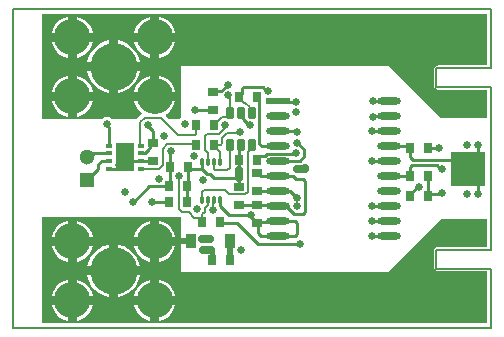
<source format=gtl>
G04*
G04 #@! TF.GenerationSoftware,Altium Limited,Altium Designer,20.0.11 (256)*
G04*
G04 Layer_Physical_Order=1*
G04 Layer_Color=794757*
%FSLAX25Y25*%
%MOIN*%
G70*
G01*
G75*
%ADD11C,0.00600*%
%ADD28R,0.03543X0.02756*%
%ADD29O,0.01181X0.03150*%
%ADD30R,0.02756X0.03543*%
G04:AMPARAMS|DCode=31|XSize=35.43mil|YSize=27.56mil|CornerRadius=4.13mil|HoleSize=0mil|Usage=FLASHONLY|Rotation=270.000|XOffset=0mil|YOffset=0mil|HoleType=Round|Shape=RoundedRectangle|*
%AMROUNDEDRECTD31*
21,1,0.03543,0.01929,0,0,270.0*
21,1,0.02717,0.02756,0,0,270.0*
1,1,0.00827,-0.00965,-0.01358*
1,1,0.00827,-0.00965,0.01358*
1,1,0.00827,0.00965,0.01358*
1,1,0.00827,0.00965,-0.01358*
%
%ADD31ROUNDEDRECTD31*%
G04:AMPARAMS|DCode=32|XSize=23.62mil|YSize=39.37mil|CornerRadius=2.01mil|HoleSize=0mil|Usage=FLASHONLY|Rotation=0.000|XOffset=0mil|YOffset=0mil|HoleType=Round|Shape=RoundedRectangle|*
%AMROUNDEDRECTD32*
21,1,0.02362,0.03535,0,0,0.0*
21,1,0.01961,0.03937,0,0,0.0*
1,1,0.00402,0.00980,-0.01768*
1,1,0.00402,-0.00980,-0.01768*
1,1,0.00402,-0.00980,0.01768*
1,1,0.00402,0.00980,0.01768*
%
%ADD32ROUNDEDRECTD32*%
%ADD33R,0.03543X0.04724*%
%ADD34R,0.06496X0.09646*%
%ADD35R,0.02165X0.01378*%
%ADD36R,0.11811X0.11811*%
G04:AMPARAMS|DCode=37|XSize=35.43mil|YSize=27.56mil|CornerRadius=4.13mil|HoleSize=0mil|Usage=FLASHONLY|Rotation=0.000|XOffset=0mil|YOffset=0mil|HoleType=Round|Shape=RoundedRectangle|*
%AMROUNDEDRECTD37*
21,1,0.03543,0.01929,0,0,0.0*
21,1,0.02717,0.02756,0,0,0.0*
1,1,0.00827,0.01358,-0.00965*
1,1,0.00827,-0.01358,-0.00965*
1,1,0.00827,-0.01358,0.00965*
1,1,0.00827,0.01358,0.00965*
%
%ADD37ROUNDEDRECTD37*%
%ADD38R,0.07874X0.02362*%
%ADD39O,0.07874X0.02362*%
%ADD40C,0.01000*%
%ADD41C,0.00700*%
%ADD42C,0.00800*%
%ADD43C,0.02500*%
%ADD44C,0.01500*%
%ADD45C,0.02000*%
%ADD46R,0.05118X0.05118*%
%ADD47C,0.05118*%
%ADD48C,0.12000*%
%ADD49C,0.15748*%
%ADD50C,0.02559*%
G36*
X157919Y87529D02*
X141842D01*
X141257Y87413D01*
X140761Y87081D01*
X140429Y86585D01*
X140313Y86000D01*
Y81000D01*
X140429Y80415D01*
X140761Y79919D01*
X141257Y79587D01*
X141842Y79471D01*
X157919D01*
Y69950D01*
X142549Y69950D01*
X125049Y87450D01*
X55949Y87450D01*
X55949Y70061D01*
X55704Y69897D01*
X55594Y69733D01*
X52021Y69725D01*
X50915Y70831D01*
X50988Y71326D01*
X51236Y71459D01*
X52302Y72333D01*
X53177Y73399D01*
X53827Y74615D01*
X54188Y75807D01*
X47328D01*
X40468D01*
X40830Y74615D01*
X41480Y73399D01*
X42355Y72333D01*
X42968Y71830D01*
X42944Y71330D01*
X42819Y71247D01*
X41396Y69824D01*
X41315Y69703D01*
X33131Y69686D01*
X33130Y69688D01*
X32310Y70236D01*
X31343Y70428D01*
X30375Y70236D01*
X29555Y69688D01*
X29549Y69678D01*
X10196Y69638D01*
X9843Y69991D01*
Y104770D01*
X157919Y104770D01*
Y87529D01*
D02*
G37*
G36*
X55949Y37149D02*
Y18800D01*
X125049D01*
X142549Y36300D01*
X157919Y36300D01*
Y27029D01*
X141842D01*
X141257Y26913D01*
X140761Y26581D01*
X140429Y26085D01*
X140313Y25500D01*
Y20500D01*
X140429Y19915D01*
X140761Y19419D01*
X141257Y19087D01*
X141842Y18971D01*
X157919D01*
Y1529D01*
X9843Y1529D01*
Y37150D01*
X55945D01*
X55949Y37149D01*
D02*
G37*
%LPC*%
G36*
X21269Y103852D02*
Y98492D01*
X26629D01*
X26268Y99684D01*
X25618Y100900D01*
X24743Y101966D01*
X23677Y102841D01*
X22461Y103491D01*
X21269Y103852D01*
D02*
G37*
G36*
X18269Y103852D02*
X17077Y103491D01*
X15861Y102841D01*
X14796Y101966D01*
X13921Y100900D01*
X13271Y99684D01*
X12909Y98492D01*
X18269D01*
Y103852D01*
D02*
G37*
G36*
X48828D02*
Y98492D01*
X54188D01*
X53827Y99684D01*
X53177Y100900D01*
X52302Y101966D01*
X51236Y102841D01*
X50020Y103491D01*
X48828Y103852D01*
D02*
G37*
G36*
X45828Y103852D02*
X44637Y103491D01*
X43420Y102841D01*
X42355Y101966D01*
X41480Y100900D01*
X40830Y99684D01*
X40468Y98492D01*
X45828D01*
Y103852D01*
D02*
G37*
G36*
X18269Y95492D02*
X12909D01*
X13271Y94300D01*
X13921Y93084D01*
X14796Y92018D01*
X15861Y91144D01*
X17077Y90494D01*
X18269Y90132D01*
Y95492D01*
D02*
G37*
G36*
X54188Y95492D02*
X48828D01*
Y90132D01*
X50020Y90494D01*
X51236Y91144D01*
X52302Y92018D01*
X53177Y93084D01*
X53827Y94300D01*
X54188Y95492D01*
D02*
G37*
G36*
X45828D02*
X40468D01*
X40830Y94300D01*
X41480Y93084D01*
X42355Y92018D01*
X43420Y91144D01*
X44637Y90494D01*
X45828Y90132D01*
Y95492D01*
D02*
G37*
G36*
X26629Y95492D02*
X21269D01*
Y90132D01*
X22461Y90494D01*
X23677Y91144D01*
X24743Y92018D01*
X25618Y93084D01*
X26268Y94300D01*
X26629Y95492D01*
D02*
G37*
G36*
X35049Y95919D02*
Y88650D01*
X42318D01*
X42294Y88889D01*
X41787Y90562D01*
X40963Y92104D01*
X39854Y93455D01*
X38503Y94564D01*
X36961Y95388D01*
X35288Y95895D01*
X35049Y95919D01*
D02*
G37*
G36*
X32049D02*
X31809Y95895D01*
X30136Y95388D01*
X28595Y94564D01*
X27244Y93455D01*
X26135Y92104D01*
X25311Y90562D01*
X24803Y88889D01*
X24780Y88650D01*
X32049D01*
Y95919D01*
D02*
G37*
G36*
X21269Y84167D02*
Y78807D01*
X26629D01*
X26268Y79999D01*
X25618Y81215D01*
X24743Y82281D01*
X23677Y83156D01*
X22461Y83806D01*
X21269Y84167D01*
D02*
G37*
G36*
X18269Y84167D02*
X17077Y83806D01*
X15861Y83156D01*
X14796Y82281D01*
X13921Y81215D01*
X13271Y79999D01*
X12909Y78807D01*
X18269D01*
Y84167D01*
D02*
G37*
G36*
X48828Y84167D02*
Y78807D01*
X54188D01*
X53827Y79999D01*
X53177Y81215D01*
X52302Y82281D01*
X51236Y83156D01*
X50020Y83806D01*
X48828Y84167D01*
D02*
G37*
G36*
X45828Y84167D02*
X44637Y83806D01*
X43420Y83156D01*
X42355Y82281D01*
X41480Y81215D01*
X40830Y79999D01*
X40468Y78807D01*
X45828D01*
Y84167D01*
D02*
G37*
G36*
X42318Y85650D02*
X35049D01*
Y78380D01*
X35288Y78404D01*
X36961Y78911D01*
X38503Y79735D01*
X39854Y80844D01*
X40963Y82196D01*
X41787Y83737D01*
X42294Y85410D01*
X42318Y85650D01*
D02*
G37*
G36*
X32049D02*
X24780D01*
X24803Y85410D01*
X25311Y83737D01*
X26135Y82196D01*
X27244Y80844D01*
X28595Y79735D01*
X30136Y78911D01*
X31809Y78404D01*
X32049Y78380D01*
Y85650D01*
D02*
G37*
G36*
X18269Y75807D02*
X12909D01*
X13271Y74615D01*
X13921Y73399D01*
X14796Y72333D01*
X15861Y71459D01*
X17077Y70809D01*
X18269Y70447D01*
Y75807D01*
D02*
G37*
G36*
X26629D02*
X21269D01*
Y70447D01*
X22461Y70809D01*
X23677Y71459D01*
X24743Y72333D01*
X25618Y73399D01*
X26268Y74615D01*
X26629Y75807D01*
D02*
G37*
G36*
X21269Y35810D02*
Y30450D01*
X26629D01*
X26268Y31641D01*
X25618Y32857D01*
X24743Y33923D01*
X23677Y34798D01*
X22461Y35448D01*
X21269Y35810D01*
D02*
G37*
G36*
X18269Y35810D02*
X17077Y35448D01*
X15861Y34798D01*
X14796Y33923D01*
X13921Y32857D01*
X13271Y31641D01*
X12909Y30450D01*
X18269D01*
Y35810D01*
D02*
G37*
G36*
X48828D02*
Y30450D01*
X54188D01*
X53827Y31641D01*
X53177Y32857D01*
X52302Y33923D01*
X51236Y34798D01*
X50020Y35448D01*
X48828Y35810D01*
D02*
G37*
G36*
X45828Y35810D02*
X44637Y35448D01*
X43420Y34798D01*
X42355Y33923D01*
X41480Y32857D01*
X40830Y31641D01*
X40468Y30450D01*
X45828D01*
Y35810D01*
D02*
G37*
G36*
X18269Y27450D02*
X12909D01*
X13271Y26258D01*
X13921Y25042D01*
X14796Y23976D01*
X15861Y23101D01*
X17077Y22451D01*
X18269Y22090D01*
Y27450D01*
D02*
G37*
G36*
X54188Y27450D02*
X48828D01*
Y22090D01*
X50020Y22451D01*
X51236Y23101D01*
X52302Y23976D01*
X53177Y25042D01*
X53827Y26258D01*
X54188Y27450D01*
D02*
G37*
G36*
X45828D02*
X40468D01*
X40830Y26258D01*
X41480Y25042D01*
X42355Y23976D01*
X43420Y23101D01*
X44637Y22451D01*
X45828Y22090D01*
Y27450D01*
D02*
G37*
G36*
X26629Y27450D02*
X21269D01*
Y22090D01*
X22461Y22451D01*
X23677Y23101D01*
X24743Y23976D01*
X25618Y25042D01*
X26268Y26258D01*
X26629Y27450D01*
D02*
G37*
G36*
X35049Y27876D02*
Y20607D01*
X42318D01*
X42294Y20847D01*
X41787Y22520D01*
X40963Y24061D01*
X39854Y25412D01*
X38503Y26521D01*
X36961Y27345D01*
X35288Y27853D01*
X35049Y27876D01*
D02*
G37*
G36*
X32049D02*
X31809Y27853D01*
X30136Y27345D01*
X28595Y26521D01*
X27244Y25412D01*
X26135Y24061D01*
X25311Y22520D01*
X24803Y20847D01*
X24780Y20607D01*
X32049D01*
Y27876D01*
D02*
G37*
G36*
X21269Y16125D02*
Y10765D01*
X26629D01*
X26268Y11956D01*
X25618Y13172D01*
X24743Y14238D01*
X23677Y15113D01*
X22461Y15763D01*
X21269Y16125D01*
D02*
G37*
G36*
X18269Y16125D02*
X17077Y15763D01*
X15861Y15113D01*
X14796Y14238D01*
X13921Y13172D01*
X13271Y11956D01*
X12909Y10765D01*
X18269D01*
Y16125D01*
D02*
G37*
G36*
X48828Y16125D02*
Y10765D01*
X54188D01*
X53827Y11956D01*
X53177Y13172D01*
X52302Y14238D01*
X51236Y15113D01*
X50020Y15763D01*
X48828Y16125D01*
D02*
G37*
G36*
X45828Y16125D02*
X44637Y15763D01*
X43420Y15113D01*
X42355Y14238D01*
X41480Y13172D01*
X40830Y11956D01*
X40468Y10765D01*
X45828D01*
Y16125D01*
D02*
G37*
G36*
X42318Y17607D02*
X35049D01*
Y10338D01*
X35288Y10362D01*
X36961Y10869D01*
X38503Y11693D01*
X39854Y12802D01*
X40963Y14153D01*
X41787Y15695D01*
X42294Y17368D01*
X42318Y17607D01*
D02*
G37*
G36*
X32049D02*
X24780D01*
X24803Y17368D01*
X25311Y15695D01*
X26135Y14153D01*
X27244Y12802D01*
X28595Y11693D01*
X30136Y10869D01*
X31809Y10362D01*
X32049Y10338D01*
Y17607D01*
D02*
G37*
G36*
X18269Y7765D02*
X12909D01*
X13271Y6573D01*
X13921Y5357D01*
X14796Y4291D01*
X15861Y3416D01*
X17077Y2766D01*
X18269Y2405D01*
Y7765D01*
D02*
G37*
G36*
X45828Y7765D02*
X40468D01*
X40830Y6573D01*
X41480Y5357D01*
X42355Y4291D01*
X43420Y3416D01*
X44637Y2766D01*
X45828Y2405D01*
Y7765D01*
D02*
G37*
G36*
X54188D02*
X48828D01*
Y2405D01*
X50020Y2766D01*
X51236Y3416D01*
X52302Y4291D01*
X53177Y5357D01*
X53827Y6573D01*
X54188Y7765D01*
D02*
G37*
G36*
X26629Y7765D02*
X21269D01*
Y2405D01*
X22461Y2766D01*
X23677Y3416D01*
X24743Y4291D01*
X25618Y5357D01*
X26268Y6573D01*
X26629Y7765D01*
D02*
G37*
%LPD*%
D11*
X141149Y19685D02*
X159449D01*
X141149D02*
Y25984D01*
X159449Y50D02*
Y19685D01*
X141049Y86614D02*
X159449D01*
Y106250D01*
X141149Y25984D02*
X159449D01*
Y80315D01*
X141049D02*
X159449D01*
X141049D02*
Y86614D01*
X0Y0D02*
Y106299D01*
Y106299D02*
X159449Y106299D01*
X49Y0D02*
X159449Y0D01*
D28*
X75249Y47150D02*
D03*
Y41150D02*
D03*
D29*
X68902Y42850D02*
D03*
X64965D02*
D03*
X66933D02*
D03*
X62996D02*
D03*
X68902Y55449D02*
D03*
X66933D02*
D03*
X62996D02*
D03*
X64965D02*
D03*
D30*
X57949Y42050D02*
D03*
X51949D02*
D03*
X81449Y77150D02*
D03*
X75449D02*
D03*
X66249Y22750D02*
D03*
X72249D02*
D03*
X63149Y35350D02*
D03*
X69149D02*
D03*
X138449Y60150D02*
D03*
X132449D02*
D03*
X138449Y50650D02*
D03*
X132449D02*
D03*
X60949Y61150D02*
D03*
X66949D02*
D03*
X60949Y67650D02*
D03*
X66949D02*
D03*
D31*
X58149Y47450D02*
D03*
X52149D02*
D03*
X75249Y56150D02*
D03*
X81249D02*
D03*
X52449Y53550D02*
D03*
X58449D02*
D03*
X132449Y44150D02*
D03*
X138449D02*
D03*
D32*
X75949Y71851D02*
D03*
X72208D02*
D03*
X79689D02*
D03*
X72208Y61024D02*
D03*
X75949D02*
D03*
X79689D02*
D03*
D33*
X72245Y29050D02*
D03*
X59253D02*
D03*
D34*
X37343Y57000D02*
D03*
D35*
X31988Y53161D02*
D03*
Y55721D02*
D03*
Y58280D02*
D03*
Y60839D02*
D03*
X42697D02*
D03*
Y58280D02*
D03*
Y55721D02*
D03*
Y53161D02*
D03*
D36*
X151649Y53150D02*
D03*
D37*
X66649Y78650D02*
D03*
Y72650D02*
D03*
X81449Y51650D02*
D03*
Y45650D02*
D03*
X46643Y61700D02*
D03*
Y55700D02*
D03*
X81449Y41150D02*
D03*
Y35150D02*
D03*
D38*
X88445Y75650D02*
D03*
D39*
Y70650D02*
D03*
Y65650D02*
D03*
Y60650D02*
D03*
Y55650D02*
D03*
Y50650D02*
D03*
Y45650D02*
D03*
Y40650D02*
D03*
Y35650D02*
D03*
Y30650D02*
D03*
X125453Y75650D02*
D03*
Y70650D02*
D03*
Y65650D02*
D03*
Y60650D02*
D03*
Y55650D02*
D03*
Y50650D02*
D03*
Y45650D02*
D03*
Y40650D02*
D03*
Y35650D02*
D03*
Y30650D02*
D03*
D40*
X24749Y49213D02*
X28506Y52969D01*
Y54600D01*
X29626Y55721D02*
X31988D01*
X28506Y54600D02*
X29626Y55721D01*
X24749Y57187D02*
X25863D01*
X52449Y53550D02*
X52496Y53597D01*
X40106Y42100D02*
X40399D01*
X45511Y47212D01*
X25863Y57187D02*
X26956Y58280D01*
X31988D01*
X24749Y58537D02*
X24828Y58458D01*
X42886Y58469D02*
X44011D01*
X45300Y59758D02*
X46249Y61700D01*
X44011Y58469D02*
X45300Y59758D01*
X42697Y58280D02*
X42886Y58469D01*
X46249Y61700D02*
X46643D01*
X42697Y55721D02*
X42707Y55710D01*
X46632D01*
X46643Y55700D01*
X31343Y67600D02*
Y67900D01*
Y67600D02*
X31865Y67077D01*
X44943Y67278D02*
Y67700D01*
Y67278D02*
X46643Y65578D01*
Y61700D02*
Y65578D01*
X52299Y53400D02*
X52496Y53597D01*
Y58953D02*
X52543Y59000D01*
X52496Y53597D02*
Y58953D01*
X52149Y47450D02*
X52299Y47600D01*
X38622Y55721D02*
X43091D01*
X35243Y53809D02*
Y54200D01*
X151649Y53150D02*
X154949Y49850D01*
Y44650D02*
Y49850D01*
X151649Y53150D02*
X154949Y56450D01*
Y61150D01*
X132449Y44150D02*
Y44543D01*
X135055Y47150D01*
X135449D01*
X138449Y44400D02*
Y50650D01*
X142650Y44851D02*
X142949Y45150D01*
X139151Y44851D02*
X142650D01*
X138449Y44150D02*
X139151Y44851D01*
X76630Y69691D02*
X78671Y67650D01*
X78949D01*
X60649Y72634D02*
X60664Y72650D01*
X60549Y72734D02*
Y72750D01*
Y72734D02*
X60649Y72634D01*
X60664Y72650D02*
X66649D01*
X51911Y47212D02*
X52299Y47600D01*
Y53400D01*
X45511Y47212D02*
X51911D01*
X58049Y47350D02*
X58299Y47600D01*
X58049Y42150D02*
Y47350D01*
X57949Y42050D02*
X58049Y42150D01*
X58299Y47600D02*
Y53400D01*
X58449Y53550D01*
X46836Y41950D02*
X51849D01*
X51949Y42050D01*
X46630Y42156D02*
X46836Y41950D01*
X75249Y47150D02*
Y50150D01*
X66949D02*
X75249D01*
X64649Y51350D02*
X65749D01*
X66949Y50150D01*
X94259Y58169D02*
X94469Y58379D01*
X95567Y55800D02*
X97049Y57281D01*
X84699Y58169D02*
X94259D01*
X88445Y55650D02*
X88595Y55800D01*
X95567D01*
X142527Y53050D02*
X142949D01*
X141327Y54250D02*
X142527Y53050D01*
X133035Y54250D02*
X141327D01*
X88745Y75950D02*
X89445Y75250D01*
X81699Y31600D02*
Y35400D01*
X79099Y37500D02*
X81449Y35150D01*
X132449Y50650D02*
Y53664D01*
X133035Y54250D01*
X132449Y57150D02*
X133449Y56150D01*
X149449D01*
X151649Y53150D01*
X37343Y57000D02*
X38622Y55721D01*
X34595Y53161D02*
X35243Y53809D01*
X31988Y53161D02*
X34595D01*
X31865Y60961D02*
Y67077D01*
Y60961D02*
X31988Y60839D01*
X92449Y45650D02*
X94649Y43450D01*
X88445Y45650D02*
X92449D01*
X81449D02*
X88445D01*
X94327Y65250D02*
X94749D01*
X93927Y65650D02*
X94327Y65250D01*
X88445Y65650D02*
X93927D01*
X94769Y61850D02*
X97049Y59570D01*
X62996Y53002D02*
X64649Y51350D01*
X88467Y30671D02*
X93971D01*
X94649Y31350D02*
Y34950D01*
X93971Y30671D02*
X94649Y31350D01*
X88445Y35650D02*
X93949D01*
X94649Y34950D01*
X88445Y30650D02*
X88467Y30671D01*
X68936Y40762D02*
Y42816D01*
X71949Y37750D02*
X79349D01*
X68936Y40762D02*
X71949Y37750D01*
X81849Y28050D02*
X95549D01*
X69349Y35150D02*
X74749D01*
X81849Y28050D01*
X82649Y30650D02*
X88445D01*
X81699Y31600D02*
X82649Y30650D01*
X69149Y35350D02*
X69349Y35150D01*
X68902Y42850D02*
X68936Y42816D01*
X83381Y80221D02*
X84484Y79118D01*
X84906D01*
X75449Y77150D02*
X76234Y77935D01*
Y79636D01*
X76820Y80221D01*
X83381D01*
X81449Y77150D02*
X82170Y76429D01*
Y61488D02*
Y76429D01*
X83008Y60650D02*
X88445D01*
X82170Y61488D02*
X83008Y60650D01*
X69335Y78935D02*
X71549Y81150D01*
X88445Y75650D02*
X88745Y75950D01*
X89445Y75250D02*
X89645Y75450D01*
X94449D01*
X119949Y35650D02*
X125453D01*
X119849Y35750D02*
X119949Y35650D01*
X119849Y40650D02*
X125453D01*
X119849Y55650D02*
X125253D01*
X125353Y55550D01*
X125453Y55650D01*
X119849Y65650D02*
X125453D01*
X119949Y75750D02*
X119999Y75700D01*
X125403D01*
X125453Y75650D01*
X119949Y70450D02*
X120049Y70550D01*
X125353D01*
X125453Y70650D01*
X119649Y30650D02*
X125445D01*
X125449Y30646D01*
X125453Y30650D01*
X97049Y57281D02*
Y59570D01*
X62996Y53002D02*
Y53050D01*
X66649Y78650D02*
X66935Y78935D01*
X69335D01*
X93349Y50650D02*
X94449Y49550D01*
X88445Y50650D02*
X93349D01*
X94449Y49550D02*
X96649D01*
X97228Y48970D01*
Y38629D02*
Y48970D01*
X83952Y57421D02*
X84699Y58169D01*
X82127Y57421D02*
X83952D01*
X81249Y56543D02*
X82127Y57421D01*
X58949Y53050D02*
X62996D01*
X76630Y69691D02*
Y71170D01*
X75949Y71851D02*
X76630Y71170D01*
X62996Y53050D02*
Y55449D01*
X81249Y56150D02*
Y56543D01*
X93580Y38170D02*
X96769D01*
X92069Y39681D02*
X93580Y38170D01*
X92069Y39681D02*
Y39729D01*
X96769Y38170D02*
X97228Y38629D01*
X91149Y40650D02*
X92069Y39729D01*
X88445Y40650D02*
X91149D01*
X82842Y50650D02*
X88445D01*
X75249Y52650D02*
Y56150D01*
Y47150D02*
X75249Y47150D01*
X88195Y35400D02*
X88445Y35650D01*
X81699Y35400D02*
X88195D01*
X81449Y35150D02*
X81699Y35400D01*
X75949Y41150D02*
X81449D01*
X88195Y40900D02*
X88445Y40650D01*
X81699Y40900D02*
X88195D01*
X81449Y41150D02*
X81699Y40900D01*
X81842Y51650D02*
X82842Y50650D01*
X81449Y51650D02*
X81842D01*
X75267Y60343D02*
X75949Y61024D01*
X75267Y58989D02*
Y60343D01*
X75249Y58970D02*
X75267Y58989D01*
X75249Y56150D02*
Y58970D01*
X125453Y60650D02*
X131949D01*
X132449Y60150D01*
X125453Y50650D02*
X132449D01*
X132449Y50650D01*
X138449Y60150D02*
X141949D01*
X141949Y60150D01*
X132449Y57150D02*
Y60150D01*
D41*
X42513Y61023D02*
X42697Y60839D01*
X42513Y61023D02*
Y68706D01*
X43936Y70130D01*
X49382D01*
X55093Y64418D01*
X60539D01*
X60949Y64828D02*
Y67650D01*
X60539Y64418D02*
X60949Y64828D01*
X60427Y36771D02*
X62121D01*
X55349Y39650D02*
X56349Y38650D01*
X58549D02*
X60427Y36771D01*
X56349Y38650D02*
X58549D01*
X55349Y39650D02*
Y50550D01*
X63149Y35350D02*
Y35743D01*
Y38043D01*
X63883Y38777D02*
Y40183D01*
X63149Y38043D02*
X63883Y38777D01*
X62121Y36771D02*
X63149Y35743D01*
X63883Y40183D02*
X64872Y41173D01*
Y42758D01*
X66841Y39706D02*
Y42758D01*
X66567Y39432D02*
X66841Y39706D01*
X64872Y42758D02*
X64965Y42850D01*
X66841Y42758D02*
X66933Y42850D01*
X63749Y45950D02*
X70849D01*
X62996Y45197D02*
X63749Y45950D01*
X78249Y45374D02*
Y58650D01*
X79689Y60089D01*
X77497Y44622D02*
X78249Y45374D01*
X62996Y42850D02*
Y45197D01*
X70849Y45950D02*
X72177Y44622D01*
X77497D01*
X79689Y60089D02*
Y61024D01*
D42*
X42697Y53161D02*
X42736Y53122D01*
X48669D01*
X49871Y54324D01*
Y59835D01*
X51516Y61480D01*
X60619D01*
X60949Y61150D01*
X71525Y65070D02*
X75269D01*
X70512Y67213D02*
X70849Y67550D01*
X64777Y64678D02*
X68824D01*
X70512Y66366D02*
Y67213D01*
X75269Y65070D02*
X75649Y65450D01*
X69827Y63372D02*
X71525Y65070D01*
X68824Y64678D02*
X70512Y66366D01*
X66933Y53064D02*
X67283Y52714D01*
X71413D01*
X66933Y53064D02*
Y55449D01*
X72208Y53509D02*
Y61024D01*
X71413Y52714D02*
X72208Y53509D01*
X78908Y72632D02*
Y73621D01*
X77509Y75020D02*
X78908Y73621D01*
X77185Y75020D02*
X77509D01*
X75449Y76756D02*
X77185Y75020D01*
X75449Y76756D02*
Y77150D01*
X78908Y72632D02*
X79689Y71851D01*
X72208Y71131D02*
Y77390D01*
X71849Y77750D02*
X72208Y77390D01*
Y71131D02*
Y71851D01*
X69749Y70350D02*
X71427D01*
X72208Y71131D01*
X66849Y67450D02*
X69749Y70350D01*
X64049Y59203D02*
Y63950D01*
X64777Y64678D01*
X64049Y59203D02*
X64965Y58287D01*
X66849Y67450D02*
Y67650D01*
X66949D01*
Y61150D02*
X69359D01*
X69827Y61618D01*
Y63372D01*
X64965Y55449D02*
Y58287D01*
X68902Y55449D02*
Y58803D01*
X66949Y60756D02*
X68902Y58803D01*
X66949Y60756D02*
Y61150D01*
D43*
X63149Y29550D02*
X65649D01*
X75249Y50150D02*
Y52650D01*
X94849Y53150D02*
X94860Y53161D01*
X97344D02*
X97433Y53250D01*
X97449D01*
X94860Y53161D02*
X97344D01*
X63249Y26150D02*
X66149D01*
D44*
X66199Y22800D02*
Y26100D01*
Y22800D02*
X66249Y22750D01*
X66149Y26150D02*
X66199Y26100D01*
D45*
X59203Y29000D02*
X59253Y29050D01*
X47299Y29000D02*
X59203D01*
X47249Y28950D02*
X47299Y29000D01*
X72247Y22752D02*
X72249Y22750D01*
X72247Y22752D02*
Y29048D01*
X72245Y29050D02*
X72247Y29048D01*
X94649Y52950D02*
X94849Y53150D01*
D46*
X24749Y49213D02*
D03*
D47*
Y57087D02*
D03*
D48*
X47328Y9265D02*
D03*
Y28950D02*
D03*
X19769D02*
D03*
Y9265D02*
D03*
X47328Y77307D02*
D03*
Y96992D02*
D03*
X19769D02*
D03*
Y77307D02*
D03*
D49*
X33549Y19107D02*
D03*
Y87150D02*
D03*
D50*
X40106Y42100D02*
D03*
X37205Y45200D02*
D03*
X31343Y67900D02*
D03*
X52543Y59000D02*
D03*
X50343Y63900D02*
D03*
X44943Y67700D02*
D03*
X35243Y54200D02*
D03*
X13949Y19150D02*
D03*
Y87150D02*
D03*
X154949Y44650D02*
D03*
Y61150D02*
D03*
X151449Y44650D02*
D03*
Y61150D02*
D03*
X70849Y67550D02*
D03*
X149035Y9650D02*
D03*
X152432D02*
D03*
X145639D02*
D03*
X142242D02*
D03*
X138845D02*
D03*
X135449D02*
D03*
X149035Y96650D02*
D03*
X152432D02*
D03*
X145639D02*
D03*
X142242D02*
D03*
X138845D02*
D03*
X135449D02*
D03*
X141449Y16650D02*
D03*
Y29150D02*
D03*
X140449Y77150D02*
D03*
Y89650D02*
D03*
X137949Y19150D02*
D03*
Y22150D02*
D03*
Y25150D02*
D03*
Y80650D02*
D03*
Y84150D02*
D03*
Y87650D02*
D03*
X142949Y45150D02*
D03*
X135449Y47150D02*
D03*
X78949Y67650D02*
D03*
X121623Y89150D02*
D03*
X125188D02*
D03*
X118057D02*
D03*
X114492D02*
D03*
X110927D02*
D03*
X100231D02*
D03*
X103797D02*
D03*
X107362D02*
D03*
X96666D02*
D03*
X93101D02*
D03*
X89536D02*
D03*
X78840D02*
D03*
X82405D02*
D03*
X85970D02*
D03*
X75275D02*
D03*
X71710D02*
D03*
X68144D02*
D03*
X61014D02*
D03*
X64579D02*
D03*
X57449D02*
D03*
X121623Y17150D02*
D03*
X125188D02*
D03*
X118057D02*
D03*
X114492D02*
D03*
X110927D02*
D03*
X100231D02*
D03*
X103797D02*
D03*
X107362D02*
D03*
X96666D02*
D03*
X93101D02*
D03*
X89536D02*
D03*
X78840D02*
D03*
X82405D02*
D03*
X85970D02*
D03*
X75275D02*
D03*
X71710D02*
D03*
X68144D02*
D03*
X61014D02*
D03*
X64579D02*
D03*
X57449D02*
D03*
X135570Y103150D02*
D03*
X132173D02*
D03*
X128776D02*
D03*
X118587D02*
D03*
X121983D02*
D03*
X125380D02*
D03*
X115190D02*
D03*
X111794D02*
D03*
X108397D02*
D03*
X98207D02*
D03*
X101604D02*
D03*
X105000D02*
D03*
X94811D02*
D03*
X91414D02*
D03*
X88018D02*
D03*
X77828D02*
D03*
X81225D02*
D03*
X84621D02*
D03*
X74432D02*
D03*
X71035D02*
D03*
X67638D02*
D03*
X60845D02*
D03*
X64242D02*
D03*
X57449D02*
D03*
Y3150D02*
D03*
X64242D02*
D03*
X60845D02*
D03*
X67638D02*
D03*
X71035D02*
D03*
X74432D02*
D03*
X84621D02*
D03*
X81225D02*
D03*
X77828D02*
D03*
X88018D02*
D03*
X91414D02*
D03*
X94811D02*
D03*
X105000D02*
D03*
X101604D02*
D03*
X98207D02*
D03*
X108397D02*
D03*
X111794D02*
D03*
X115190D02*
D03*
X125380D02*
D03*
X121983D02*
D03*
X118587D02*
D03*
X128776D02*
D03*
X132173D02*
D03*
X135570D02*
D03*
X52449Y19150D02*
D03*
X49949D02*
D03*
X47449D02*
D03*
X44949D02*
D03*
X37449Y4650D02*
D03*
X34949D02*
D03*
X32449D02*
D03*
X29949D02*
D03*
X36949Y33150D02*
D03*
X34449D02*
D03*
X31949D02*
D03*
X29449D02*
D03*
X21449Y19150D02*
D03*
X18949D02*
D03*
X16449D02*
D03*
X53449Y87150D02*
D03*
X50949D02*
D03*
X48449D02*
D03*
X45949D02*
D03*
X21449D02*
D03*
X18949D02*
D03*
X16449D02*
D03*
X37949Y103150D02*
D03*
X35449D02*
D03*
X32949D02*
D03*
X30449D02*
D03*
X37949Y72650D02*
D03*
X35449D02*
D03*
X32949D02*
D03*
X30449D02*
D03*
X155949Y6525D02*
D03*
Y9900D02*
D03*
Y13275D02*
D03*
Y99775D02*
D03*
Y96400D02*
D03*
Y93025D02*
D03*
X144349Y29150D02*
D03*
X147249D02*
D03*
X155949D02*
D03*
X153049D02*
D03*
X150149D02*
D03*
X143549Y77150D02*
D03*
X146649D02*
D03*
X155949D02*
D03*
X152849D02*
D03*
X149749D02*
D03*
X143549Y89650D02*
D03*
X146649D02*
D03*
X155949D02*
D03*
X152849D02*
D03*
X149749D02*
D03*
X138966Y3150D02*
D03*
X142363D02*
D03*
X145759D02*
D03*
X155949D02*
D03*
X152552D02*
D03*
X149156D02*
D03*
X138966Y103150D02*
D03*
X142363D02*
D03*
X145759D02*
D03*
X155949D02*
D03*
X152552D02*
D03*
X149156D02*
D03*
X144349Y16650D02*
D03*
X147249D02*
D03*
X155949D02*
D03*
X153049D02*
D03*
X150149D02*
D03*
X143449Y71650D02*
D03*
X145949D02*
D03*
X148449D02*
D03*
X155949D02*
D03*
X153449D02*
D03*
X150949D02*
D03*
Y34650D02*
D03*
X153449D02*
D03*
X155949D02*
D03*
X148449D02*
D03*
X145949D02*
D03*
X143449D02*
D03*
X60549Y72750D02*
D03*
X61406Y39736D02*
D03*
X46349Y41950D02*
D03*
X94469Y58379D02*
D03*
X48667Y49792D02*
D03*
X55349Y50550D02*
D03*
X142949Y53050D02*
D03*
X94649Y40750D02*
D03*
Y43450D02*
D03*
X97449Y53250D02*
D03*
X94749Y65250D02*
D03*
X94769Y61850D02*
D03*
X63212Y49207D02*
D03*
X63149Y29550D02*
D03*
X63249Y26150D02*
D03*
X66149D02*
D03*
X65649Y29550D02*
D03*
X66567Y39432D02*
D03*
X95549Y28050D02*
D03*
X84906Y79118D02*
D03*
X71849Y77750D02*
D03*
X94371Y72091D02*
D03*
X75649Y65450D02*
D03*
X71549Y81150D02*
D03*
X94449Y75450D02*
D03*
X119849Y35750D02*
D03*
Y40650D02*
D03*
Y55650D02*
D03*
X119649Y30650D02*
D03*
X119849Y65650D02*
D03*
X119949Y70450D02*
D03*
Y75750D02*
D03*
X60349Y57250D02*
D03*
X94849Y53150D02*
D03*
X57491Y68109D02*
D03*
X79349Y37750D02*
D03*
X75249Y52650D02*
D03*
Y50150D02*
D03*
X76189Y25910D02*
D03*
X141949Y60150D02*
D03*
M02*

</source>
